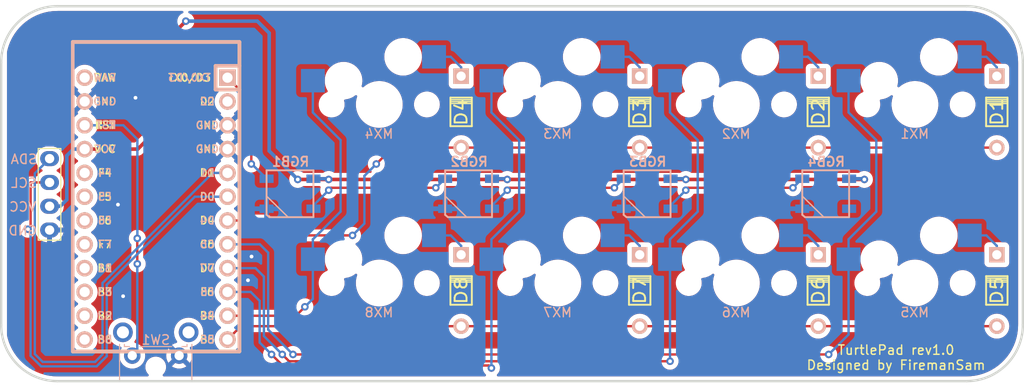
<source format=kicad_pcb>
(kicad_pcb (version 20211014) (generator pcbnew)
  (layers (0 "F.Cu" signal) (31 "B.Cu" signal) (34 "B.Paste" user) (35 "F.Paste" user) (36 "B.SilkS" user "B.Silkscreen") (37 "F.SilkS" user "F.Silkscreen") (38 "B.Mask" user) (39 "F.Mask" user) (44 "Edge.Cuts" user))
  (net 0 "")
  (net 1 "Net-(D1-Pad2)")
  (net 2 "ROW0")
  (net 3 "Net-(D2-Pad2)")
  (net 4 "Net-(D3-Pad2)")
  (net 5 "Net-(D4-Pad2)")
  (net 6 "Net-(D5-Pad2)")
  (net 7 "ROW1")
  (net 8 "Net-(D6-Pad2)")
  (net 9 "Net-(D7-Pad2)")
  (net 10 "Net-(D8-Pad2)")
  (net 11 "COL0")
  (net 12 "COL1")
  (net 13 "COL2")
  (net 14 "COL3")
  (net 16 "GND")
  (net 17 "VCC")
  (net 20 "reset")
  (net 21 "Net-(RGB1-Pad2)")
  (net 22 "LED")
  (net 23 "Net-(RGB2-Pad2)")
  (net 24 "Net-(RGB3-Pad2)")
  (net 25 "SCL")
  (net 26 "SDA")
  (footprint "Keebio-Parts:Diode" (layer "F.Cu") (at 181.8005 88.138 90)
    (fp_text reference "D2" (at 0 0 90) (layer "F.SilkS") (effects (font (size 1.27 1.524) (thickness 0.2032))))
    (fp_text value "D_Small" hide)
    (pad "1" thru_hole circle locked (at -3.81 0 90) (size 1.651 1.651) (drill 0.9906) (layers *.Cu *.SilkS *.Mask) (net 2 "ROW0"))
    (pad "2" thru_hole rect locked (at 3.81 0 90) (size 1.651 1.651) (drill 0.9906) (layers *.Cu *.SilkS *.Mask) (net 3 "Net-(D2-Pad2)"))
  )
  (footprint "Keebio-Parts:Diode" (layer "F.Cu") (at 162.7505 88.138 90)
    (fp_text reference "D3" (at 0 0 90) (layer "F.SilkS") (effects (font (size 1.27 1.524) (thickness 0.2032))))
    (fp_text value "D_Small" hide)
    (pad "1" thru_hole circle locked (at -3.81 0 90) (size 1.651 1.651) (drill 0.9906) (layers *.Cu *.SilkS *.Mask) (net 2 "ROW0"))
    (pad "2" thru_hole rect locked (at 3.81 0 90) (size 1.651 1.651) (drill 0.9906) (layers *.Cu *.SilkS *.Mask) (net 4 "Net-(D3-Pad2)"))
  )
  (footprint "Keebio-Parts:Diode" (layer "F.Cu") (at 143.7005 88.138 90)
    (fp_text reference "D4" (at 0 0 90) (layer "F.SilkS") (effects (font (size 1.27 1.524) (thickness 0.2032))))
    (fp_text value "D_Small" hide)
    (pad "1" thru_hole circle locked (at -3.81 0 90) (size 1.651 1.651) (drill 0.9906) (layers *.Cu *.SilkS *.Mask) (net 2 "ROW0"))
    (pad "2" thru_hole rect locked (at 3.81 0 90) (size 1.651 1.651) (drill 0.9906) (layers *.Cu *.SilkS *.Mask) (net 5 "Net-(D4-Pad2)"))
  )
  (footprint "Keebio-Parts:Diode" (layer "F.Cu") (at 200.8505 107.188 90)
    (fp_text reference "D5" (at 0 0 90) (layer "F.SilkS") (effects (font (size 1.27 1.524) (thickness 0.2032))))
    (fp_text value "D_Small" hide)
    (pad "1" thru_hole circle locked (at -3.81 0 90) (size 1.651 1.651) (drill 0.9906) (layers *.Cu *.SilkS *.Mask) (net 7 "ROW1"))
    (pad "2" thru_hole rect locked (at 3.81 0 90) (size 1.651 1.651) (drill 0.9906) (layers *.Cu *.SilkS *.Mask) (net 6 "Net-(D5-Pad2)"))
  )
  (footprint "Keebio-Parts:Diode" (layer "F.Cu") (at 181.8005 107.188 90)
    (fp_text reference "D6" (at 0 0 90) (layer "F.SilkS") (effects (font (size 1.27 1.524) (thickness 0.2032))))
    (fp_text value "D_Small" hide)
    (pad "1" thru_hole circle locked (at -3.81 0 90) (size 1.651 1.651) (drill 0.9906) (layers *.Cu *.SilkS *.Mask) (net 7 "ROW1"))
    (pad "2" thru_hole rect locked (at 3.81 0 90) (size 1.651 1.651) (drill 0.9906) (layers *.Cu *.SilkS *.Mask) (net 8 "Net-(D6-Pad2)"))
  )
  (footprint "Keebio-Parts:Diode" (layer "F.Cu") (at 162.7505 107.188 90)
    (fp_text reference "D7" (at 0 0 90) (layer "F.SilkS") (effects (font (size 1.27 1.524) (thickness 0.2032))))
    (fp_text value "D_Small" hide)
    (pad "1" thru_hole circle locked (at -3.81 0 90) (size 1.651 1.651) (drill 0.9906) (layers *.Cu *.SilkS *.Mask) (net 7 "ROW1"))
    (pad "2" thru_hole rect locked (at 3.81 0 90) (size 1.651 1.651) (drill 0.9906) (layers *.Cu *.SilkS *.Mask) (net 9 "Net-(D7-Pad2)"))
  )
  (footprint "Keebio-Parts:Diode" (layer "F.Cu") (at 143.7005 107.188 90)
    (fp_text reference "D8" (at 0 0 90) (layer "F.SilkS") (effects (font (size 1.27 1.524) (thickness 0.2032))))
    (fp_text value "D_Small" hide)
    (pad "1" thru_hole circle locked (at -3.81 0 90) (size 1.651 1.651) (drill 0.9906) (layers *.Cu *.SilkS *.Mask) (net 7 "ROW1"))
    (pad "2" thru_hole rect locked (at 3.81 0 90) (size 1.651 1.651) (drill 0.9906) (layers *.Cu *.SilkS *.Mask) (net 10 "Net-(D8-Pad2)"))
  )
  (footprint "MX_Only:MXOnly-1U-Hotswap" (layer "F.Cu") (at 192.11925 87.34425)
    (fp_text reference "MX1")
    (fp_text value "MX-NoLED")
    (pad "" np_thru_hole circle locked (at 2.54 -5.08) (size 3 3) (drill 3) (layers *.Cu *.Mask))
    (pad "" np_thru_hole circle locked (at 5.08 0 48.0996) (size 1.75 1.75) (drill 1.75) (layers *.Cu *.Mask))
    (pad "" np_thru_hole circle locked (at 0 0) (size 3.9878 3.9878) (drill 3.9878) (layers *.Cu *.Mask))
    (pad "" np_thru_hole circle locked (at -5.08 0 48.0996) (size 1.75 1.75) (drill 1.75) (layers *.Cu *.Mask))
    (pad "" np_thru_hole circle locked (at -3.81 -2.54) (size 3 3) (drill 3) (layers *.Cu *.Mask))
    (pad "1" smd rect locked (at -7.085 -2.54) (size 2.55 2.5) (layers "B.Cu" "B.Paste" "B.Mask") (net 11 "COL0"))
    (pad "2" smd rect locked (at 5.842 -5.08) (size 2.55 2.5) (layers "B.Cu" "B.Paste" "B.Mask") (net 1 "Net-(D1-Pad2)"))
  )
  (footprint "MX_Only:MXOnly-1U-Hotswap" (layer "F.Cu") (at 173.06925 87.34425)
    (fp_text reference "MX2")
    (fp_text value "MX-NoLED")
    (pad "" np_thru_hole circle locked (at -5.08 0 48.0996) (size 1.75 1.75) (drill 1.75) (layers *.Cu *.Mask))
    (pad "" np_thru_hole circle locked (at 0 0) (size 3.9878 3.9878) (drill 3.9878) (layers *.Cu *.Mask))
    (pad "" np_thru_hole circle locked (at 5.08 0 48.0996) (size 1.75 1.75) (drill 1.75) (layers *.Cu *.Mask))
    (pad "" np_thru_hole circle locked (at -3.81 -2.54) (size 3 3) (drill 3) (layers *.Cu *.Mask))
    (pad "" np_thru_hole circle locked (at 2.54 -5.08) (size 3 3) (drill 3) (layers *.Cu *.Mask))
    (pad "1" smd rect locked (at -7.085 -2.54) (size 2.55 2.5) (layers "B.Cu" "B.Paste" "B.Mask") (net 12 "COL1"))
    (pad "2" smd rect locked (at 5.842 -5.08) (size 2.55 2.5) (layers "B.Cu" "B.Paste" "B.Mask") (net 3 "Net-(D2-Pad2)"))
  )
  (footprint "MX_Only:MXOnly-1U-Hotswap" (layer "F.Cu") (at 154.01925 87.34425)
    (fp_text reference "MX3")
    (fp_text value "MX-NoLED")
    (pad "" np_thru_hole circle locked (at 0 0) (size 3.9878 3.9878) (drill 3.9878) (layers *.Cu *.Mask))
    (pad "" np_thru_hole circle locked (at 2.54 -5.08) (size 3 3) (drill 3) (layers *.Cu *.Mask))
    (pad "" np_thru_hole circle locked (at 5.08 0 48.0996) (size 1.75 1.75) (drill 1.75) (layers *.Cu *.Mask))
    (pad "" np_thru_hole circle locked (at -3.81 -2.54) (size 3 3) (drill 3) (layers *.Cu *.Mask))
    (pad "" np_thru_hole circle locked (at -5.08 0 48.0996) (size 1.75 1.75) (drill 1.75) (layers *.Cu *.Mask))
    (pad "1" smd rect locked (at -7.085 -2.54) (size 2.55 2.5) (layers "B.Cu" "B.Paste" "B.Mask") (net 13 "COL2"))
    (pad "2" smd rect locked (at 5.842 -5.08) (size 2.55 2.5) (layers "B.Cu" "B.Paste" "B.Mask") (net 4 "Net-(D3-Pad2)"))
  )
  (footprint "MX_Only:MXOnly-1U-Hotswap" (layer "F.Cu") (at 192.11925 106.39425)
    (fp_text reference "MX5")
    (fp_text value "MX-NoLED")
    (pad "" np_thru_hole circle locked (at -3.81 -2.54) (size 3 3) (drill 3) (layers *.Cu *.Mask))
    (pad "" np_thru_hole circle locked (at 5.08 0 48.0996) (size 1.75 1.75) (drill 1.75) (layers *.Cu *.Mask))
    (pad "" np_thru_hole circle locked (at 2.54 -5.08) (size 3 3) (drill 3) (layers *.Cu *.Mask))
    (pad "" np_thru_hole circle locked (at 0 0) (size 3.9878 3.9878) (drill 3.9878) (layers *.Cu *.Mask))
    (pad "" np_thru_hole circle locked (at -5.08 0 48.0996) (size 1.75 1.75) (drill 1.75) (layers *.Cu *.Mask))
    (pad "1" smd rect locked (at -7.085 -2.54) (size 2.55 2.5) (layers "B.Cu" "B.Paste" "B.Mask") (net 11 "COL0"))
    (pad "2" smd rect locked (at 5.842 -5.08) (size 2.55 2.5) (layers "B.Cu" "B.Paste" "B.Mask") (net 6 "Net-(D5-Pad2)"))
  )
  (footprint "MX_Only:MXOnly-1U-Hotswap" (layer "F.Cu") (at 173.06925 106.39425)
    (fp_text reference "MX6")
    (fp_text value "MX-NoLED")
    (pad "" np_thru_hole circle locked (at 2.54 -5.08) (size 3 3) (drill 3) (layers *.Cu *.Mask))
    (pad "" np_thru_hole circle locked (at -3.81 -2.54) (size 3 3) (drill 3) (layers *.Cu *.Mask))
    (pad "" np_thru_hole circle locked (at 0 0) (size 3.9878 3.9878) (drill 3.9878) (layers *.Cu *.Mask))
    (pad "" np_thru_hole circle locked (at -5.08 0 48.0996) (size 1.75 1.75) (drill 1.75) (layers *.Cu *.Mask))
    (pad "" np_thru_hole circle locked (at 5.08 0 48.0996) (size 1.75 1.75) (drill 1.75) (layers *.Cu *.Mask))
    (pad "1" smd rect locked (at -7.085 -2.54) (size 2.55 2.5) (layers "B.Cu" "B.Paste" "B.Mask") (net 12 "COL1"))
    (pad "2" smd rect locked (at 5.842 -5.08) (size 2.55 2.5) (layers "B.Cu" "B.Paste" "B.Mask") (net 8 "Net-(D6-Pad2)"))
  )
  (footprint "MX_Only:MXOnly-1U-Hotswap" (layer "F.Cu") (at 154.01925 106.39425)
    (fp_text reference "MX7")
    (fp_text value "MX-NoLED")
    (pad "" np_thru_hole circle locked (at -5.08 0 48.0996) (size 1.75 1.75) (drill 1.75) (layers *.Cu *.Mask))
    (pad "" np_thru_hole circle locked (at 5.08 0 48.0996) (size 1.75 1.75) (drill 1.75) (layers *.Cu *.Mask))
    (pad "" np_thru_hole circle locked (at 0 0) (size 3.9878 3.9878) (drill 3.9878) (layers *.Cu *.Mask))
    (pad "" np_thru_hole circle locked (at 2.54 -5.08) (size 3 3) (drill 3) (layers *.Cu *.Mask))
    (pad "" np_thru_hole circle locked (at -3.81 -2.54) (size 3 3) (drill 3) (layers *.Cu *.Mask))
    (pad "1" smd rect locked (at -7.085 -2.54) (size 2.55 2.5) (layers "B.Cu" "B.Paste" "B.Mask") (net 13 "COL2"))
    (pad "2" smd rect locked (at 5.842 -5.08) (size 2.55 2.5) (layers "B.Cu" "B.Paste" "B.Mask") (net 9 "Net-(D7-Pad2)"))
  )
  (footprint "MX_Only:MXOnly-1U-Hotswap" (layer "F.Cu") (at 134.96925 106.39425)
    (fp_text reference "MX8")
    (fp_text value "MX-NoLED")
    (pad "" np_thru_hole circle locked (at 0 0) (size 3.9878 3.9878) (drill 3.9878) (layers *.Cu *.Mask))
    (pad "" np_thru_hole circle locked (at -3.81 -2.54) (size 3 3) (drill 3) (layers *.Cu *.Mask))
    (pad "" np_thru_hole circle locked (at 2.54 -5.08) (size 3 3) (drill 3) (layers *.Cu *.Mask))
    (pad "" np_thru_hole circle locked (at 5.08 0 48.0996) (size 1.75 1.75) (drill 1.75) (layers *.Cu *.Mask))
    (pad "" np_thru_hole circle locked (at -5.08 0 48.0996) (size 1.75 1.75) (drill 1.75) (layers *.Cu *.Mask))
    (pad "1" smd rect locked (at -7.085 -2.54) (size 2.55 2.5) (layers "B.Cu" "B.Paste" "B.Mask") (net 14 "COL3"))
    (pad "2" smd rect locked (at 5.842 -5.08) (size 2.55 2.5) (layers "B.Cu" "B.Paste" "B.Mask") (net 10 "Net-(D8-Pad2)"))
  )
  (footprint "Keebio-Parts:Diode" (layer "F.Cu") (at 200.8505 88.138 90)
    (fp_text reference "D1" (at 0 0 90) (layer "F.SilkS") (effects (font (size 1.27 1.524) (thickness 0.2032))))
    (fp_text value "D_Small" hide)
    (pad "1" thru_hole circle locked (at -3.81 0 90) (size 1.651 1.651) (drill 0.9906) (layers *.Cu *.SilkS *.Mask) (net 2 "ROW0"))
    (pad "2" thru_hole rect locked (at 3.81 0 90) (size 1.651 1.651) (drill 0.9906) (layers *.Cu *.SilkS *.Mask) (net 1 "Net-(D1-Pad2)"))
  )
  (footprint "SSD1306:128x64OLED" (layer "F.Cu") (at 110.39475 97.12325 90)
    (fp_text reference "OL1" hide)
    (fp_text value "SSD1306")
    (pad "1" thru_hole oval (at -3.62 -10.6 180) (size 2 1.6) (drill 1) (layers *.Cu *.Mask) (net 16 "GND"))
    (pad "2" thru_hole oval (at -1.08 -10.6 180) (size 2 1.6) (drill 1) (layers *.Cu *.Mask) (net 17 "VCC"))
    (pad "3" thru_hole oval (at 1.46 -10.6 180) (size 2 1.6) (drill 1) (layers *.Cu *.Mask) (net 25 "SCL"))
    (pad "4" thru_hole oval (at 4 -10.6 180) (size 2 1.6) (drill 1) (layers *.Cu *.Mask) (net 26 "SDA"))
  )
  (footprint "MX_Only:MXOnly-1U-Hotswap" (layer "F.Cu") (at 134.96925 87.34425)
    (fp_text reference "MX4")
    (fp_text value "MX-NoLED")
    (pad "" np_thru_hole circle locked (at 2.54 -5.08) (size 3 3) (drill 3) (layers *.Cu *.Mask))
    (pad "" np_thru_hole circle locked (at -3.81 -2.54) (size 3 3) (drill 3) (layers *.Cu *.Mask))
    (pad "" np_thru_hole circle locked (at 5.08 0 48.0996) (size 1.75 1.75) (drill 1.75) (layers *.Cu *.Mask))
    (pad "" np_thru_hole circle locked (at -5.08 0 48.0996) (size 1.75 1.75) (drill 1.75) (layers *.Cu *.Mask))
    (pad "" np_thru_hole circle locked (at 0 0) (size 3.9878 3.9878) (drill 3.9878) (layers *.Cu *.Mask))
    (pad "1" smd rect locked (at -7.085 -2.54) (size 2.55 2.5) (layers "B.Cu" "B.Paste" "B.Mask") (net 14 "COL3"))
    (pad "2" smd rect locked (at 5.842 -5.08) (size 2.55 2.5) (layers "B.Cu" "B.Paste" "B.Mask") (net 5 "Net-(D4-Pad2)"))
  )
  (footprint "Keebio-Parts:WS2812B" (layer "B.Cu") (at 125.44425 96.86925 180)
    (fp_text reference "RGB1" (at -0.06 3.41) (layer "B.SilkS") (effects (font (thickness 0.2)) (justify mirror)))
    (fp_text value "WS2812B" hide)
    (pad "1" smd rect locked (at -2.49936 1.6002 90) (size 0.89916 1.50114) (layers "B.Cu" "B.Paste" "B.Mask") (net 17 "VCC"))
    (pad "2" smd rect locked (at -2.49936 -1.6002 90) (size 0.89916 1.50114) (layers "B.Cu" "B.Paste" "B.Mask") (net 21 "Net-(RGB1-Pad2)"))
    (pad "3" smd rect locked (at 2.49936 -1.6002 90) (size 0.89916 1.50114) (layers "B.Cu" "B.Paste" "B.Mask") (net 16 "GND"))
    (pad "4" smd rect locked (at 2.49936 1.6002 90) (size 0.89916 1.50114) (layers "B.Cu" "B.Paste" "B.Mask") (net 22 "LED"))
  )
  (footprint "Keebio-Parts:WS2812B" (layer "B.Cu") (at 163.54425 96.86925 180)
    (fp_text reference "RGB3" (at -0.06 3.41) (layer "B.SilkS") (effects (font (thickness 0.2)) (justify mirror)))
    (fp_text value "WS2812B" hide)
    (pad "1" smd rect locked (at -2.49936 1.6002 90) (size 0.89916 1.50114) (layers "B.Cu" "B.Paste" "B.Mask") (net 17 "VCC"))
    (pad "2" smd rect locked (at -2.49936 -1.6002 90) (size 0.89916 1.50114) (layers "B.Cu" "B.Paste" "B.Mask") (net 24 "Net-(RGB3-Pad2)"))
    (pad "3" smd rect locked (at 2.49936 -1.6002 90) (size 0.89916 1.50114) (layers "B.Cu" "B.Paste" "B.Mask") (net 16 "GND"))
    (pad "4" smd rect locked (at 2.49936 1.6002 90) (size 0.89916 1.50114) (layers "B.Cu" "B.Paste" "B.Mask") (net 23 "Net-(RGB2-Pad2)"))
  )
  (footprint "Keebio-Parts:WS2812B" (layer "B.Cu") (at 144.49425 96.86925 180)
    (fp_text reference "RGB2" (at -0.06 3.41) (layer "B.SilkS") (effects (font (thickness 0.2)) (justify mirror)))
    (fp_text value "WS2812B" hide)
    (pad "1" smd rect locked (at -2.49936 1.6002 90) (size 0.89916 1.50114) (layers "B.Cu" "B.Paste" "B.Mask") (net 17 "VCC"))
    (pad "2" smd rect locked (at -2.49936 -1.6002 90) (size 0.89916 1.50114) (layers "B.Cu" "B.Paste" "B.Mask") (net 23 "Net-(RGB2-Pad2)"))
    (pad "3" smd rect locked (at 2.49936 -1.6002 90) (size 0.89916 1.50114) (layers "B.Cu" "B.Paste" "B.Mask") (net 16 "GND"))
    (pad "4" smd rect locked (at 2.49936 1.6002 90) (size 0.89916 1.50114) (layers "B.Cu" "B.Paste" "B.Mask") (net 21 "Net-(RGB1-Pad2)"))
  )
  (footprint "Keebio-Parts:WS2812B" (layer "B.Cu") (at 182.59425 96.86925 180)
    (fp_text reference "RGB4" (at -0.06 3.41) (layer "B.SilkS") (effects (font (thickness 0.2)) (justify mirror)))
    (fp_text value "WS2812B" hide)
    (pad "1" smd rect locked (at -2.49936 1.6002 90) (size 0.89916 1.50114) (layers "B.Cu" "B.Paste" "B.Mask") (net 17 "VCC"))
    (pad "2" smd rect locked (at -2.49936 -1.6002 90) (size 0.89916 1.50114) (layers "B.Cu" "B.Paste" "B.Mask"))
    (pad "3" smd rect locked (at 2.49936 -1.6002 90) (size 0.89916 1.50114) (layers "B.Cu" "B.Paste" "B.Mask") (net 16 "GND"))
    (pad "4" smd rect locked (at 2.49936 1.6002 90) (size 0.89916 1.50114) (layers "B.Cu" "B.Paste" "B.Mask") (net 24 "Net-(RGB3-Pad2)"))
  )
  (footprint "Keebio-Parts:ArduinoProMicro" (layer "B.Cu") (at 111.15675 98.45675 -90)
    (fp_text reference "U1" hide)
    (fp_text value "ProMicro" hide)
    (fp_text user "D4" (at 1.27 -5.461) (layer "B.SilkS") (effects (font (size 0.8 0.8)) (justify mirror)))
    (fp_text user "F5" (at -1.27 5.461) (layer "B.SilkS") (effects (font (size 0.8 0.8)) (justify mirror)))
    (fp_text user "D1" (at -3.81 -5.461) (layer "B.SilkS") (effects (font (size 0.8 0.8)) (justify mirror)))
    (fp_text user "ST" (at -8.92 5.73312) (layer "B.SilkS") (effects (font (size 0.8 0.8)) (justify mirror)))
    (fp_text user "VCC" (at -6.35 5.461) (layer "B.SilkS") (effects (font (size 0.8 0.8)) (justify mirror)))
    (fp_text user "E6" (at 8.89 -5.461) (layer "B.SilkS") (effects (font (size 0.8 0.8)) (justify mirror)))
    (fp_text user "F6" (at 1.27 5.461) (layer "B.SilkS") (effects (font (size 0.8 0.8)) (justify mirror)))
    (fp_text user "B5" (at 13.97 -5.461) (layer "B.SilkS") (effects (font (size 0.8 0.8)) (justify mirror)))
    (fp_text user "C6" (at 3.81 -5.461) (layer "B.SilkS") (effects (font (size 0.8 0.8)) (justify mirror)))
    (fp_text user "B2" (at 11.43 5.461) (layer "B.SilkS") (effects (font (size 0.8 0.8)) (justify mirror)))
    (fp_text user "D2" (at -11.43 -5.461) (layer "B.SilkS") (effects (font (size 0.8 0.8)) (justify mirror)))
    (fp_text user "F7" (at 3.81 5.461) (layer "B.SilkS") (effects (font (size 0.8 0.8)) (justify mirror)))
    (fp_text user "F4" (at -3.81 5.461) (layer "B.SilkS") (effects (font (size 0.8 0.8)) (justify mirror)))
    (fp_text user "B6" (at 13.97 5.461) (layer "B.SilkS") (effects (font (size 0.8 0.8)) (justify mirror)))
    (fp_text user "D7" (at 6.35 -5.461) (layer "B.SilkS") (effects (font (size 0.8 0.8)) (justify mirror)))
    (fp_text user "D0" (at -1.27 -5.461) (layer "B.SilkS") (effects (font (size 0.8 0.8)) (justify mirror)))
    (fp_text user "GND" (at -11.43 5.461) (layer "B.SilkS") (effects (font (size 0.8 0.8)) (justify mirror)))
    (fp_text user "B4" (at 11.43 -5.461) (layer "B.SilkS") (effects (font (size 0.8 0.8)) (justify mirror)))
    (fp_text user "B3" (at 8.89 5.461) (layer "B.SilkS") (effects (font (size 0.8 0.8)) (justify mirror)))
    (fp_text user "GND" (at -8.89 -5.461) (layer "B.SilkS") (effects (font (size 0.8 0.8)) (justify mirror)))
    (fp_text user "GND" (at -6.35 -5.461) (layer "B.SilkS") (effects (font (size 0.8 0.8)) (justify mirror)))
    (fp_text user "TX0/D3" (at -13.97 -3.571872) (layer "B.SilkS") (effects (font (size 0.8 0.8)) (justify mirror)))
    (fp_text user "B1" (at 6.35 5.461) (layer "B.SilkS") (effects (font (size 0.8 0.8)) (justify mirror)))
    (fp_text user "RAW" (at -13.97 5.461) (layer "B.SilkS") (effects (font (size 0.8 0.8)) (justify mirror)))
    (fp_text user "D4" (at 1.27 -5.461) (layer "F.SilkS") (effects (font (size 0.8 0.8))))
    (fp_text user "ST" (at -8.91 5.04) (layer "F.SilkS") (effects (font (size 0.8 0.8))))
    (fp_text user "VCC" (at -6.35 5.461) (layer "F.SilkS") (effects (font (size 0.8 0.8))))
    (fp_text user "F5" (at -1.27 5.461) (layer "F.SilkS") (effects (font (size 0.8 0.8))))
    (fp_text user "B4" (at 11.43 -5.461) (layer "F.SilkS") (effects (font (size 0.8 0.8))))
    (fp_text user "TX0/D3" (at -13.97 -3.571872) (layer "F.SilkS") (effects (font (size 0.8 0.8))))
    (fp_text user "F4" (at -3.81 5.461) (layer "F.SilkS") (effects (font (size 0.8 0.8))))
    (fp_text user "B6" (at 13.97 5.461) (layer "F.SilkS") (effects (font (size 0.8 0.8))))
    (fp_text user "GND" (at -6.35 -5.461) (layer "F.SilkS") (effects (font (size 0.8 0.8))))
    (fp_text user "F7" (at 3.81 5.461) (layer "F.SilkS") (effects (font (size 0.8 0.8))))
    (fp_text user "RAW" (at -13.97 5.461) (layer "F.SilkS") (effects (font (size 0.8 0.8))))
    (fp_text user "E6" (at 8.89 -5.461) (layer "F.SilkS") (effects (font (size 0.8 0.8))))
    (fp_text user "D7" (at 6.35 -5.461) (layer "F.SilkS") (effects (font (size 0.8 0.8))))
    (fp_text user "C6" (at 3.81 -5.461) (layer "F.SilkS") (effects (font (size 0.8 0.8))))
    (fp_text user "F6" (at 1.27 5.461) (layer "F.SilkS") (effects (font (size 0.8 0.8))))
    (fp_text user "B1" (at 6.35 5.461) (layer "F.SilkS") (effects (font (size 0.8 0.8))))
    (fp_text user "B2" (at 11.43 5.461) (layer "F.SilkS") (effects (font (size 0.8 0.8))))
    (fp_text user "D1" (at -3.81 -5.461) (layer "F.SilkS") (effects (font (size 0.8 0.8))))
    (fp_text user "B3" (at 8.89 5.461) (layer "F.SilkS") (effects (font (size 0.8 0.8))))
    (fp_text user "GND" (at -8.89 -5.461) (layer "F.SilkS") (effects (font (size 0.8 0.8))))
    (fp_text user "B5" (at 13.97 -5.461) (layer "F.SilkS") (effects (font (size 0.8 0.8))))
    (fp_text user "D2" (at -11.43 -5.461) (layer "F.SilkS") (effects (font (size 0.8 0.8))))
    (fp_text user "GND" (at -11.43 5.461) (layer "F.SilkS") (effects (font (size 0.8 0.8))))
    (fp_text user "D0" (at -1.27 -5.461) (layer "F.SilkS") (effects (font (size 0.8 0.8))))
    (pad "1" thru_hole rect locked (at -13.97 -7.62 270) (size 1.7526 1.7526) (drill 1.0922) (layers *.Cu *.SilkS *.Mask) (net 22 "LED"))
    (pad "2" thru_hole circle locked (at -11.43 -7.62 270) (size 1.7526 1.7526) (drill 1.0922) (layers *.Cu *.SilkS *.Mask))
    (pad "3" thru_hole circle locked (at -8.89 -7.62 270) (size 1.7526 1.7526) (drill 1.0922) (layers *.Cu *.SilkS *.Mask) (net 16 "GND"))
    (pad "4" thru_hole circle locked (at -6.35 -7.62 270) (size 1.7526 1.7526) (drill 1.0922) (layers *.Cu *.SilkS *.Mask) (net 16 "GND"))
    (pad "5" thru_hole circle locked (at -3.81 -7.62 270) (size 1.7526 1.7526) (drill 1.0922) (layers *.Cu *.SilkS *.Mask) (net 26 "SDA"))
    (pad "6" thru_hole circle locked (at -1.27 -7.62 270) (size 1.7526 1.7526) (drill 1.0922) (layers *.Cu *.SilkS *.Mask) (net 25 "SCL"))
    (pad "7" thru_hole circle locked (at 1.27 -7.62 270) (size 1.7526 1.7526) (drill 1.0922) (layers *.Cu *.SilkS *.Mask) (net 2 "ROW0"))
    (pad "8" thru_hole circle locked (at 3.81 -7.62 270) (size 1.7526 1.7526) (drill 1.0922) (layers *.Cu *.SilkS *.Mask) (net 11 "COL0"))
    (pad "9" thru_hole circle locked (at 6.35 -7.62 270) (size 1.7526 1.7526) (drill 1.0922) (layers *.Cu *.SilkS *.Mask) (net 12 "COL1"))
    (pad "10" thru_hole circle locked (at 8.89 -7.62 270) (size 1.7526 1.7526) (drill 1.0922) (layers *.Cu *.SilkS *.Mask) (net 13 "COL2"))
    (pad "11" thru_hole circle locked (at 11.43 -7.62 270) (size 1.7526 1.7526) (drill 1.0922) (layers *.Cu *.SilkS *.Mask) (net 14 "COL3"))
    (pad "12" thru_hole circle locked (at 13.97 -7.62 270) (size 1.7526 1.7526) (drill 1.0922) (layers *.Cu *.SilkS *.Mask) (net 7 "ROW1"))
    (pad "13" thru_hole circle locked (at 13.97 7.62 270) (size 1.7526 1.7526) (drill 1.0922) (layers *.Cu *.SilkS *.Mask))
    (pad "14" thru_hole circle locked (at 11.43 7.62 270) (size 1.7526 1.7526) (drill 1.0922) (layers *.Cu *.SilkS *.Mask))
    (pad "15" thru_hole circle locked (at 8.89 7.62 270) (size 1.7526 1.7526) (drill 1.0922) (layers *.Cu *.SilkS *.Mask))
    (pad "16" thru_hole circle locked (at 6.35 7.62 270) (size 1.7526 1.7526) (drill 1.0922) (layers *.Cu *.SilkS *.Mask))
    (pad "17" thru_hole circle locked (at 3.81 7.62 270) (size 1.7526 1.7526) (drill 1.0922) (layers *.Cu *.SilkS *.Mask))
    (pad "18" thru_hole circle locked (at 1.27 7.62 270) (size 1.7526 1.7526) (drill 1.0922) (layers *.Cu *.SilkS *.Mask))
    (pad "19" thru_hole circle locked (at -1.27 7.62 270) (size 1.7526 1.7526) (drill 1.0922) (layers *.Cu *.SilkS *.Mask))
    (pad "20" thru_hole circle locked (at -3.81 7.62 270) (size 1.7526 1.7526) (drill 1.0922) (layers *.Cu *.SilkS *.Mask))
    (pad "21" thru_hole circle locked (at -6.35 7.62 270) (size 1.7526 1.7526) (drill 1.0922) (layers *.Cu *.SilkS *.Mask) (net 17 "VCC"))
    (pad "22" thru_hole circle locked (at -8.89 7.62 270) (size 1.7526 1.7526) (drill 1.0922) (layers *.Cu *.SilkS *.Mask) (net 20 "reset"))
    (pad "23" thru_hole circle locked (at -11.43 7.62 270) (size 1.7526 1.7526) (drill 1.0922) (layers *.Cu *.SilkS *.Mask) (net 16 "GND"))
    (pad "24" thru_hole circle locked (at -13.97 7.62 270) (size 1.7526 1.7526) (drill 1.0922) (layers *.Cu *.SilkS *.Mask))
  )
  (footprint "Keebio-Parts:SW_Tactile_SPST_Angled_MJTP1117" (layer "B.Cu") (at 108.61675 114.14125)
    (fp_text reference "SW1" (at 2.5 -1.68) (layer "B.SilkS") (effects (justify mirror)))
    (fp_text value "SW_Push")
    (pad "" thru_hole circle locked (at -1 -2.49) (size 2.1 2.1) (drill 1.3) (layers *.Cu *.Mask))
    (pad "" np_thru_hole circle locked (at 2.5 1.21) (size 1.2 1.2) (drill 1.2) (layers *.Cu *.Mask))
    (pad "" thru_hole circle locked (at 6.01 -2.49) (size 2.1 2.1) (drill 1.3) (layers *.Cu *.Mask))
    (pad "1" thru_hole circle locked (at 0 0) (size 1.75 1.75) (drill 0.99) (layers *.Cu *.Mask) (net 20 "reset"))
    (pad "2" thru_hole circle locked (at 5 0) (size 1.75 1.75) (drill 0.99) (layers *.Cu *.Mask) (net 16 "GND"))
  )
  (gr_arc (start 203.63 110.86) (mid 201.872641 115.102641) (end 197.63 116.86) (layer "Edge.Cuts") (width 0.25))
  (gr_line (start 203.63 110.86) (end 203.63 82.86) (layer "Edge.Cuts") (width 0.25))
  (gr_line (start 197.63 76.86) (end 100.63 76.86) (layer "Edge.Cuts") (width 0.25))
  (gr_line (start 94.63 82.86) (end 94.63 110.86) (layer "Edge.Cuts") (width 0.25))
  (gr_arc (start 100.63 116.86) (mid 96.387359 115.102641) (end 94.63 110.86) (layer "Edge.Cuts") (width 0.25))
  (gr_arc (start 94.63 82.86) (mid 96.387359 78.617359) (end 100.63 76.86) (layer "Edge.Cuts") (width 0.25))
  (gr_line (start 100.63 116.86) (end 197.63 116.86) (layer "Edge.Cuts") (width 0.25))
  (gr_arc (start 197.63 76.86) (mid 201.872641 78.617359) (end 203.63 82.86) (layer "Edge.Cuts") (width 0.25))
  (gr_text "GND" (at 96.93275 100.80625) (layer "B.SilkS") (effects (font (size 1 1)) (justify mirror)))
  (gr_text "MX4" (at 134.9375 90.4875) (layer "B.SilkS") (effects (font (size 1 1)) (justify mirror)))
  (gr_text "MX7" (at 153.9875 109.5375) (layer "B.SilkS") (effects (font (size 1 1)) (justify mirror)))
  (gr_text "MX5" (at 192.0875 109.5375) (layer "B.SilkS") (effects (font (size 1 1)) (justify mirror)))
  (gr_text "MX1" (at 192.0875 90.4875) (layer "B.SilkS") (effects (font (size 1 1)) (justify mirror)))
  (gr_text "SDA" (at 97.05975 93.18625) (layer "B.SilkS") (effects (font (size 1 1)) (justify mirror)))
  (gr_text "VCC" (at 96.93275 98.26625) (layer "B.SilkS") (effects (font (size 1 1)) (justify mirror)))
  (gr_text "MX3" (at 153.9875 90.4875) (layer "B.SilkS") (effects (font (size 1 1)) (justify mirror)))
  (gr_text "MX6" (at 173.0375 109.5375) (layer "B.SilkS") (effects (font (size 1 1)) (justify mirror)))
  (gr_text "MX2" (at 173.0375 90.4875) (layer "B.SilkS") (effects (font (size 1 1)) (justify mirror)))
  (gr_text "SCL" (at 97.05975 95.72625) (layer "B.SilkS") (effects (font (size 1 1)) (justify mirror)))
  (gr_text "MX8" (at 134.9375 109.5375) (layer "B.SilkS") (effects (font (size 1 1)) (justify mirror)))
  (gr_text "TurtlePad rev1.0\nDesigned by FiremanSam" (at 190.1 114.35) (layer "F.SilkS") (effects (font (size 1 1))))
  (segment (start 199.73925 82.26425) (end 197.96125 82.26425) (width 0.25) (layer "B.Cu") (net 1))
  (segment (start 200.8505 83.3755) (end 199.73925 82.26425) (width 0.25) (layer "B.Cu") (net 1))
  (segment (start 200.8505 84.328) (end 200.8505 83.3755) (width 0.25) (layer "B.Cu") (net 1))
  (segment (start 124.49175 101.31425) (end 122.90425 99.72675) (width 0.254) (layer "F.Cu") (net 2))
  (segment (start 132.11175 101.31425) (end 124.49175 101.31425) (width 0.254) (layer "F.Cu") (net 2))
  (segment (start 143.7005 91.948) (end 136.398 91.948) (width 0.254) (layer "F.Cu") (net 2))
  (segment (start 122.90425 99.72675) (end 118.77675 99.72675) (width 0.254) (layer "F.Cu") (net 2))
  (segment (start 200.8505 91.948) (end 143.7005 91.948) (width 0.254) (layer "F.Cu") (net 2))
  (segment (start 136.398 91.948) (end 134.65175 93.69425) (width 0.254) (layer "F.Cu") (net 2))
  (via (at 132.11175 101.31425) (size 0.8) (drill 0.4) (layers "F.Cu" "B.Cu") (net 2))
  (via (at 134.65175 93.69425) (size 0.8) (drill 0.4) (layers "F.Cu" "B.Cu") (net 2))
  (segment (start 133.38175 100.04425) (end 132.11175 101.31425) (width 0.254) (layer "B.Cu") (net 2))
  (segment (start 133.38175 94.96425) (end 133.38175 100.04425) (width 0.254) (layer "B.Cu") (net 2))
  (segment (start 134.65175 93.69425) (end 133.38175 94.96425) (width 0.254) (layer "B.Cu") (net 2))
  (segment (start 181.8005 83.3755) (end 180.68925 82.26425) (width 0.25) (layer "B.Cu") (net 3))
  (segment (start 181.8005 84.328) (end 181.8005 83.3755) (width 0.25) (layer "B.Cu") (net 3))
  (segment (start 180.68925 82.26425) (end 178.91125 82.26425) (width 0.25) (layer "B.Cu") (net 3))
  (segment (start 162.7505 83.3755) (end 161.63925 82.26425) (width 0.25) (layer "B.Cu") (net 4))
  (segment (start 162.7505 84.328) (end 162.7505 83.3755) (width 0.25) (layer "B.Cu") (net 4))
  (segment (start 161.63925 82.26425) (end 159.86125 82.26425) (width 0.25) (layer "B.Cu") (net 4))
  (segment (start 143.7005 83.3755) (end 142.58925 82.26425) (width 0.25) (layer "B.Cu") (net 5))
  (segment (start 143.7005 84.328) (end 143.7005 83.3755) (width 0.25) (layer "B.Cu") (net 5))
  (segment (start 142.58925 82.26425) (end 140.81125 82.26425) (width 0.25) (layer "B.Cu") (net 5))
  (segment (start 200.8505 103.378) (end 200.8505 102.4255) (width 0.25) (layer "B.Cu") (net 6))
  (segment (start 199.73925 101.31425) (end 197.96125 101.31425) (width 0.25) (layer "B.Cu") (net 6))
  (segment (start 200.8505 102.4255) (end 199.73925 101.31425) (width 0.25) (layer "B.Cu") (net 6))
  (segment (start 120.2055 110.998) (end 118.77675 112.42675) (width 0.254) (layer "F.Cu") (net 7))
  (segment (start 200.8505 110.998) (end 143.7005 110.998) (width 0.254) (layer "F.Cu") (net 7))
  (segment (start 143.7005 110.998) (end 120.2055 110.998) (width 0.254) (layer "F.Cu") (net 7))
  (segment (start 181.8005 102.4255) (end 180.68925 101.31425) (width 0.25) (layer "B.Cu") (net 8))
  (segment (start 180.68925 101.31425) (end 178.91125 101.31425) (width 0.25) (layer "B.Cu") (net 8))
  (segment (start 181.8005 103.378) (end 181.8005 102.4255) (width 0.25) (layer "B.Cu") (net 8))
  (segment (start 161.63925 101.31425) (end 159.86125 101.31425) (width 0.25) (layer "B.Cu") (net 9))
  (segment (start 162.7505 103.378) (end 162.7505 102.4255) (width 0.25) (layer "B.Cu") (net 9))
  (segment (start 162.7505 102.4255) (end 161.63925 101.31425) (width 0.25) (layer "B.Cu") (net 9))
  (segment (start 143.7005 103.378) (end 143.7005 102.4255) (width 0.25) (layer "B.Cu") (net 10))
  (segment (start 143.7005 102.4255) (end 142.58925 101.31425) (width 0.25) (layer "B.Cu") (net 10))
  (segment (start 142.58925 101.31425) (end 140.81125 101.31425) (width 0.25) (layer "B.Cu") (net 10))
  (segment (start 182.91175 114.01425) (end 125.76175 114.01425) (width 0.254) (layer "F.Cu") (net 11))
  (via (at 182.91175 114.01425) (size 0.8) (drill 0.4) (layers "F.Cu" "B.Cu") (net 11))
  (via (at 125.76175 114.01425) (size 0.8) (drill 0.4) (layers "F.Cu" "B.Cu") (net 11))
  (segment (start 185.03425 101.73175) (end 185.03425 103.85425) (width 0.254) (layer "B.Cu") (net 11))
  (segment (start 187.99175 98.77425) (end 185.03425 101.73175) (width 0.254) (layer "B.Cu") (net 11))
  (segment (start 123.11279 103.15279) (end 123.11279 111.36529) (width 0.254) (layer "B.Cu") (net 11))
  (segment (start 185.03425 88.19675) (end 187.99175 91.15425) (width 0.254) (layer "B.Cu") (net 11))
  (segment (start 187.99175 91.15425) (end 187.99175 98.77425) (width 0.254) (layer "B.Cu") (net 11))
  (segment (start 123.11279 111.36529) (end 125.76175 114.01425) (width 0.254) (layer "B.Cu") (net 11))
  (segment (start 118.77675 102.26675) (end 122.22675 102.26675) (width 0.254) (layer "B.Cu") (net 11))
  (segment (start 185.03425 84.80425) (end 185.03425 88.19675) (width 0.254) (layer "B.Cu") (net 11))
  (segment (start 122.22675 102.26675) (end 123.11279 103.15279) (width 0.254) (layer "B.Cu") (net 11))
  (segment (start 185.03425 103.85425) (end 185.03425 111.89175) (width 0.254) (layer "B.Cu") (net 11))
  (segment (start 185.03425 111.89175) (end 182.91175 114.01425) (width 0.254) (layer "B.Cu") (net 11))
  (segment (start 125.345261 114.740761) (end 124.61875 114.01425) (width 0.254) (layer "F.Cu") (net 12))
  (segment (start 126.062682 114.740761) (end 125.345261 114.740761) (width 0.254) (layer "F.Cu") (net 12))
  (segment (start 165.99 114.74075) (end 165.98925 114.74) (width 0.254) (layer "F.Cu") (net 12))
  (segment (start 126.063443 114.74) (end 126.062682 114.740761) (width 0.254) (layer "F.Cu") (net 12))
  (segment (start 165.98925 114.74) (end 126.063443 114.74) (width 0.254) (layer "F.Cu") (net 12))
  (via (at 165.99 114.74075) (size 0.8) (drill 0.4) (layers "F.Cu" "B.Cu") (net 12))
  (via (at 124.61875 114.01425) (size 0.8) (drill 0.4) (layers "F.Cu" "B.Cu") (net 12))
  (segment (start 165.99 114.74075) (end 165.98425 114.735) (width 0.254) (layer "B.Cu") (net 12))
  (segment (start 165.98425 114.735) (end 165.98425 103.85425) (width 0.254) (layer "B.Cu") (net 12))
  (segment (start 122.65927 112.05477) (end 124.61875 114.01425) (width 0.254) (layer "B.Cu") (net 12))
  (segment (start 165.98425 88.19675) (end 168.94175 91.15425) (width 0.254) (layer "B.Cu") (net 12))
  (segment (start 165.98425 101.73175) (end 165.98425 103.85425) (width 0.254) (layer "B.Cu") (net 12))
  (segment (start 118.77675 104.80675) (end 121.76125 104.80675) (width 0.254) (layer "B.Cu") (net 12))
  (segment (start 168.94175 98.77425) (end 165.98425 101.73175) (width 0.254) (layer "B.Cu") (net 12))
  (segment (start 168.94175 91.15425) (end 168.94175 98.77425) (width 0.254) (layer "B.Cu") (net 12))
  (segment (start 165.98425 84.80425) (end 165.98425 88.19675) (width 0.254) (layer "B.Cu") (net 12))
  (segment (start 122.65927 105.70477) (end 122.65927 112.05477) (width 0.254) (layer "B.Cu") (net 12))
  (segment (start 121.76125 104.80675) (end 122.65927 105.70477) (width 0.254) (layer "B.Cu") (net 12))
  (segment (start 126.251297 115.19352) (end 126.250536 115.194281) (width 0.254) (layer "F.Cu") (net 13))
  (segment (start 124.655781 115.194281) (end 123.47575 114.01425) (width 0.254) (layer "F.Cu") (net 13))
  (segment (start 146.93 115.4665) (end 146.65702 115.19352) (width 0.254) (layer "F.Cu") (net 13))
  (segment (start 126.250536 115.194281) (end 124.655781 115.194281) (width 0.254) (layer "F.Cu") (net 13))
  (segment (start 146.65702 115.19352) (end 126.251297 115.19352) (width 0.254) (layer "F.Cu") (net 13))
  (via (at 123.47575 114.01425) (size 0.8) (drill 0.4) (layers "F.Cu" "B.Cu") (net 13))
  (via (at 146.93 115.4665) (size 0.8) (drill 0.4) (layers "F.Cu" "B.Cu") (net 13))
  (segment (start 146.93 115.4665) (end 146.93425 115.46225) (width 0.254) (layer "B.Cu") (net 13))
  (segment (start 122.20575 108.29925) (end 122.20575 112.74425) (width 0.254) (layer "B.Cu") (net 13))
  (segment (start 146.93425 103.85425) (end 146.93425 101.73175) (width 0.254) (layer "B.Cu") (net 13))
  (segment (start 118.77675 107.34675) (end 121.25325 107.34675) (width 0.254) (layer "B.Cu") (net 13))
  (segment (start 146.93425 115.46225) (end 146.93425 103.85425) (width 0.254) (layer "B.Cu") (net 13))
  (segment (start 149.89175 98.77425) (end 149.89175 91.15425) (width 0.254) (layer "B.Cu") (net 13))
  (segment (start 149.89175 91.15425) (end 146.93425 88.19675) (width 0.254) (layer "B.Cu") (net 13))
  (segment (start 121.25325 107.34675) (end 122.20575 108.29925) (width 0.254) (layer "B.Cu") (net 13))
  (segment (start 146.93425 88.19675) (end 146.93425 84.80425) (width 0.254) (layer "B.Cu") (net 13))
  (segment (start 123.47575 114.01425) (end 122.20575 112.74425) (width 0.254) (layer "B.Cu") (net 13))
  (segment (start 146.93425 101.73175) (end 149.89175 98.77425) (width 0.254) (layer "B.Cu") (net 13))
  (segment (start 126.07925 109.88675) (end 118.77675 109.88675) (width 0.254) (layer "F.Cu") (net 14))
  (segment (start 127.03175 108.93425) (end 126.07925 109.88675) (width 0.254) (layer "F.Cu") (net 14))
  (via (at 127.03175 108.93425) (size 0.8) (drill 0.4) (layers "F.Cu" "B.Cu") (net 14))
  (segment (start 127.88425 108.08175) (end 127.03175 108.93425) (width 0.254) (layer "B.Cu") (net 14))
  (segment (start 127.88425 103.85425) (end 127.88425 101.73175) (width 0.254) (layer "B.Cu") (net 14))
  (segment (start 127.88425 88.19675) (end 127.88425 84.80425) (width 0.254) (layer "B.Cu") (net 14))
  (segment (start 130.84175 98.77425) (end 130.84175 91.15425) (width 0.254) (layer "B.Cu") (net 14))
  (segment (start 127.88425 101.73175) (end 130.84175 98.77425) (width 0.254) (layer "B.Cu") (net 14))
  (segment (start 130.84175 91.15425) (end 127.88425 88.19675) (width 0.254) (layer "B.Cu") (net 14))
  (segment (start 127.88425 103.85425) (end 127.88425 108.08175) (width 0.254) (layer "B.Cu") (net 14))
  (via (at 121.34 103.57) (size 0.8) (drill 0.4) (layers "F.Cu" "B.Cu") (net 16))
  (via (at 108.96 86.63) (size 0.8) (drill 0.4) (layers "F.Cu" "B.Cu") (net 16))
  (via (at 107.64 107.8) (size 0.8) (drill 0.4) (layers "F.Cu" "B.Cu") (net 16))
  (via (at 120.96 106.1) (size 0.8) (drill 0.4) (layers "F.Cu" "B.Cu") (net 16))
  (via (at 107.09 98.03) (size 0.8) (drill 0.4) (layers "F.Cu" "B.Cu") (net 16))
  (segment (start 103.53675 92.10675) (end 109.20325 92.10675) (width 0.381) (layer "F.Cu") (net 17))
  (segment (start 167.67175 95.34525) (end 186.72175 95.34525) (width 0.381) (layer "F.Cu") (net 17))
  (segment (start 111.79175 89.51825) (end 111.79175 80.99425) (width 0.381) (layer "F.Cu") (net 17))
  (segment (start 109.20325 92.10675) (end 111.79175 89.51825) (width 0.381) (layer "F.Cu") (net 17))
  (segment (start 129.57175 95.34525) (end 148.62175 95.34525) (width 0.381) (layer "F.Cu") (net 17))
  (segment (start 126.26975 95.34525) (end 129.57175 95.34525) (width 0.381) (layer "F.Cu") (net 17))
  (segment (start 148.62175 95.34525) (end 167.67175 95.34525) (width 0.381) (layer "F.Cu") (net 17))
  (segment (start 111.79175 80.99425) (end 114.33175 78.45425) (width 0.381) (layer "F.Cu") (net 17))
  (via (at 186.72175 95.34525) (size 0.8) (drill 0.4) (layers "F.Cu" "B.Cu") (net 17))
  (via (at 148.62175 95.34525) (size 0.8) (drill 0.4) (layers "F.Cu" "B.Cu") (net 17))
  (via (at 126.26975 95.34525) (size 0.8) (drill 0.4) (layers "F.Cu" "B.Cu") (net 17))
  (via (at 129.57175 95.34525) (size 0.8) (drill 0.4) (layers "F.Cu" "B.Cu") (net 17))
  (via (at 114.33175 78.45425) (size 0.8) (drill 0.4) (layers "F.Cu" "B.Cu") (net 17))
  (via (at 167.67175 95.34525) (size 0.8) (drill 0.4) (layers "F.Cu" "B.Cu") (net 17))
  (segment (start 114.33175 78.45425) (end 121.95175 78.45425) (width 0.381) (layer "B.Cu") (net 17))
  (segment (start 101.63175 92.80525) (end 101.63175 97.50425) (width 0.381) (layer "B.Cu") (net 17))
  (segment (start 123.22175 92.29725) (end 126.26975 95.34525) (width 0.381) (layer "B.Cu") (net 17))
  (segment (start 185.09361 95.26905) (end 186.64555 95.26905) (width 0.381) (layer "B.Cu") (net 17))
  (segment (start 101.63175 97.50425) (end 100.93275 98.20325) (width 0.381) (layer "B.Cu") (net 17))
  (segment (start 123.22175 79.72425) (end 123.22175 92.29725) (width 0.381) (layer "B.Cu") (net 17))
  (segment (start 100.93275 98.20325) (end 99.79475 98.20325) (width 0.381) (layer "B.Cu") (net 17))
  (segment (start 129.49555 95.26905) (end 129.57175 95.34525) (width 0.381) (layer "B.Cu") (net 17))
  (segment (start 146.99361 95.26905) (end 148.54555 95.26905) (width 0.381) (layer "B.Cu") (net 17))
  (segment (start 148.54555 95.26905) (end 148.62175 95.34525) (width 0.381) (layer "B.Cu") (net 17))
  (segment (start 166.04361 95.26905) (end 167.59555 95.26905) (width 0.381) (layer "B.Cu") (net 17))
  (segment (start 121.95175 78.45425) (end 123.22175 79.72425) (width 0.381) (layer "B.Cu") (net 17))
  (segment (start 102.33025 92.10675) (end 101.63175 92.80525) (width 0.381) (layer "B.Cu") (net 17))
  (segment (start 127.94361 95.26905) (end 129.49555 95.26905) (width 0.381) (layer "B.Cu") (net 17))
  (segment (start 186.64555 95.26905) (end 186.72175 95.34525) (width 0.381) (layer "B.Cu") (net 17))
  (segment (start 167.59555 95.26905) (end 167.67175 95.34525) (width 0.381) (layer "B.Cu") (net 17))
  (segment (start 103.53675 92.10675) (end 102.33025 92.10675) (width 0.381) (layer "B.Cu") (net 17))
  (segment (start 109.15 104.35) (end 109.152747 104.352747) (width 0.254) (layer "F.Cu") (net 20))
  (segment (start 109.15 101.63) (end 109.15 104.35) (width 0.254) (layer "F.Cu") (net 20))
  (via (at 109.152747 104.352747) (size 0.8) (drill 0.4) (layers "F.Cu" "B.Cu") (net 20))
  (via (at 109.15 101.63) (size 0.8) (drill 0.4) (layers "F.Cu" "B.Cu") (net 20))
  (segment (start 109.15 101.63) (end 109.16 101.62) (width 0.254) (layer "B.Cu") (net 20))
  (segment (start 107.66425 89.56675) (end 103.53675 89.56675) (width 0.254) (layer "B.Cu") (net 20))
  (segment (start 109.15 113.608) (end 108.61675 114.14125) (width 0.254) (layer "B.Cu") (net 20))
  (segment (start 109.16 101.62) (end 109.16 91.0625) (width 0.254) (layer "B.Cu") (net 20))
  (segment (start 109.16 91.0625) (end 107.66425 89.56675) (width 0.254) (layer "B.Cu") (net 20))
  (segment (start 109.15 104.355494) (end 109.15 113.608) (width 0.254) (layer "B.Cu") (net 20))
  (segment (start 109.152747 104.352747) (end 109.15 104.355494) (width 0.254) (layer "B.Cu") (net 20))
  (segment (start 141.00175 96.23425) (end 129.82575 96.23425) (width 0.254) (layer "F.Cu") (net 21))
  (segment (start 129.82575 96.23425) (end 129.57175 96.48825) (width 0.254) (layer "F.Cu") (net 21))
  (via (at 141.00175 96.23425) (size 0.8) (drill 0.4) (layers "F.Cu" "B.Cu") (net 21))
  (via (at 129.57175 96.48825) (size 0.8) (drill 0.4) (layers "F.Cu" "B.Cu") (net 21))
  (segment (start 127.94361 98.11639) (end 127.94361 98.46945) (width 0.254) (layer "B.Cu") (net 21))
  (segment (start 141.99489 95.26905) (end 141.96695 95.26905) (width 0.254) (layer "B.Cu") (net 21))
  (segment (start 129.57175 96.48825) (end 127.94361 98.11639) (width 0.254) (layer "B.Cu") (net 21))
  (segment (start 141.96695 95.26905) (end 141.00175 96.23425) (width 0.254) (layer "B.Cu") (net 21))
  (segment (start 121.31675 87.02675) (end 121.31675 93.69425) (width 0.254) (layer "F.Cu") (net 22))
  (segment (start 118.77675 84.48675) (end 121.31675 87.02675) (width 0.254) (layer "F.Cu") (net 22))
  (via (at 121.31675 93.69425) (size 0.8) (drill 0.4) (layers "F.Cu" "B.Cu") (net 22))
  (segment (start 121.31675 93.69425) (end 121.37009 93.69425) (width 0.254) (layer "B.Cu") (net 22))
  (segment (start 121.37009 93.69425) (end 122.94489 95.26905) (width 0.254) (layer "B.Cu") (net 22))
  (segment (start 148.87575 96.23425) (end 148.62175 96.48825) (width 0.254) (layer "F.Cu") (net 23))
  (segment (start 160.05175 96.23425) (end 148.87575 96.23425) (width 0.254) (layer "F.Cu") (net 23))
  (via (at 148.62175 96.48825) (size 0.8) (drill 0.4) (layers "F.Cu" "B.Cu") (net 23))
  (via (at 160.05175 96.23425) (size 0.8) (drill 0.4) (layers "F.Cu" "B.Cu") (net 23))
  (segment (start 148.62175 96.48825) (end 146.99361 98.11639) (width 0.254) (layer "B.Cu") (net 23))
  (segment (start 161.01695 95.26905) (end 160.05175 96.23425) (width 0.254) (layer "B.Cu") (net 23))
  (segment (start 146.99361 98.11639) (end 146.99361 98.46945) (width 0.254) (layer "B.Cu") (net 23))
  (segment (start 161.04489 95.26905) (end 161.01695 95.26905) (width 0.254) (layer "B.Cu") (net 23))
  (segment (start 167.92575 96.23425) (end 167.67175 96.48825) (width 0.254) (layer "F.Cu") (net 24))
  (segment (start 179.10175 96.23425) (end 167.92575 96.23425) (width 0.254) (layer "F.Cu") (net 24))
  (via (at 179.10175 96.23425) (size 0.8) (drill 0.4) (layers "F.Cu" "B.Cu") (net 24))
  (via (at 167.67175 96.48825) (size 0.8) (drill 0.4) (layers "F.Cu" "B.Cu") (net 24))
  (segment (start 167.67175 96.48825) (end 166.04361 98.11639) (width 0.254) (layer "B.Cu") (net 24))
  (segment (start 180.06695 95.26905) (end 179.10175 96.23425) (width 0.254) (layer "B.Cu") (net 24))
  (segment (start 166.04361 98.11639) (end 166.04361 98.46945) (width 0.254) (layer "B.Cu") (net 24))
  (segment (start 180.09489 95.26905) (end 180.06695 95.26905) (width 0.254) (layer "B.Cu") (net 24))
  (segment (start 97.77 100.3735) (end 97.77 95.66325) (width 0.254) (layer "F.Cu") (net 25))
  (segment (start 97.4935 100.65) (end 97.77 100.3735) (width 0.254) (layer "F.Cu") (net 25))
  (segment (start 97.77 95.66325) (end 99.79475 95.66325) (width 0.254) (layer "F.Cu") (net 25))
  (via (at 97.4935 100.65) (size 0.8) (drill 0.4) (layers "F.Cu" "B.Cu") (net 25))
  (segment (start 98.892876 115.28425) (end 104.813817 115.28425) (width 0.254) (layer "B.Cu") (net 25))
  (segment (start 115.291316 97.18675) (end 118.77675 97.18675) (width 0.254) (layer "B.Cu") (net 25))
  (segment (start 105.89576 106.582306) (end 115.291316 97.18675) (width 0.254) (layer "B.Cu") (net 25))
  (segment (start 105.89576 114.202307) (end 105.89576 106.582306) (width 0.254) (layer "B.Cu") (net 25))
  (segment (start 97.76648 100.92298) (end 97.76648 114.157854) (width 0.254) (layer "B.Cu") (net 25))
  (segment (start 97.4935 100.65) (end 97.76648 100.92298) (width 0.254) (layer "B.Cu") (net 25))
  (segment (start 104.813817 115.28425) (end 105.89576 114.202307) (width 0.254) (layer "B.Cu") (net 25))
  (segment (start 97.76648 114.157854) (end 98.892876 115.28425) (width 0.254) (layer "B.Cu") (net 25))
  (segment (start 105.44175 106.39425) (end 105.44175 114.01425) (width 0.254) (layer "B.Cu") (net 26))
  (segment (start 118.77675 94.64675) (end 117.18925 94.64675) (width 0.254) (layer "B.Cu") (net 26))
  (segment (start 98.22 94.698) (end 99.79475 93.12325) (width 0.254) (layer "B.Cu") (net 26))
  (segment (start 104.646 114.81) (end 99.06 114.81) (width 0.254) (layer "B.Cu") (net 26))
  (segment (start 98.22 113.97) (end 98.22 94.698) (width 0.254) (layer "B.Cu") (net 26))
  (segment (start 117.18925 94.64675) (end 105.44175 106.39425) (width 0.254) (layer "B.Cu") (net 26))
  (segment (start 105.44175 114.01425) (end 104.646 114.81) (width 0.254) (layer "B.Cu") (net 26))
  (segment (start 99.06 114.81) (end 98.22 113.97) (width 0.254) (layer "B.Cu") (net 26))
  (zone (net 16) (net_name "GND") (layers F&B.Cu) (connect_pads (clearance 0.508)) (min_thickness 0.254) (fill yes (thermal_gap 0.508) (thermal_bridge_width 0.508))
    (polygon (pts (xy 203.2 117.475) (xy 95.25 117.475) (xy 95.25 76.2) (xy 203.2 76.2)))
  )
)
</source>
